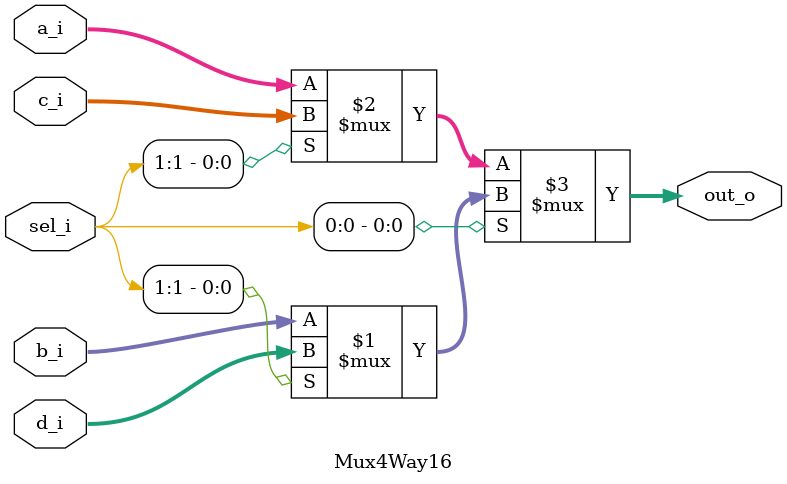
<source format=v>
/*  Mux4Way16: 4-way 16-bit multiplexor

 
out =   a if sel == 00
        b if sel == 01
        c if sel == 10
        d if sel == 11


Mux4Way16 u_Mux4Way16(
    .a_i(),
    .b_i(),
    .c_i(),
    .d_i(),
    .sel_i(),
    .out_o()
);

*/

module Mux4Way16(
    input wire [15:0] a_i,
    input wire [15:0] b_i,
    input wire [15:0] c_i,
    input wire [15:0] d_i,
    input wire [1:0] sel_i,
    output wire [15:0] out_o
);
    assign out_o = sel_i[0] ? (sel_i[1] ? d_i : b_i) : (sel_i[1] ? c_i : a_i);

endmodule


</source>
